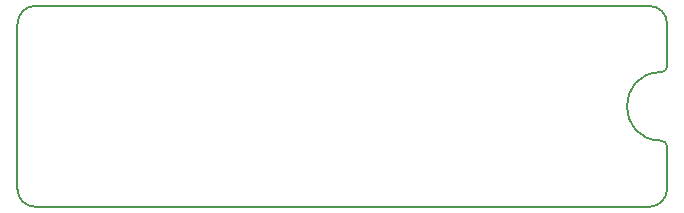
<source format=gm1>
G04 #@! TF.GenerationSoftware,KiCad,Pcbnew,(5.1.2-1)-1*
G04 #@! TF.CreationDate,2019-05-24T13:24:50+02:00*
G04 #@! TF.ProjectId,XoomFloppy,586f6f6d-466c-46f7-9070-792e6b696361,1.1*
G04 #@! TF.SameCoordinates,Original*
G04 #@! TF.FileFunction,Profile,NP*
%FSLAX46Y46*%
G04 Gerber Fmt 4.6, Leading zero omitted, Abs format (unit mm)*
G04 Created by KiCad (PCBNEW (5.1.2-1)-1) date 2019-05-24 13:24:50*
%MOMM*%
%LPD*%
G04 APERTURE LIST*
%ADD10C,0.200000*%
G04 APERTURE END LIST*
D10*
X155500000Y-81400000D02*
X155500000Y-85000000D01*
X155500000Y-71000000D02*
X155500000Y-74600000D01*
X155000000Y-80900000D02*
G75*
G02X155000000Y-75100000I0J2900000D01*
G01*
X155000000Y-80900000D02*
G75*
G02X155500000Y-81400000I0J-500000D01*
G01*
X155500000Y-74600000D02*
G75*
G02X155000000Y-75100000I-500000J0D01*
G01*
X154000000Y-69500000D02*
G75*
G02X155500000Y-71000000I0J-1500000D01*
G01*
X155500000Y-85000000D02*
G75*
G02X154000000Y-86500000I-1500000J0D01*
G01*
X102000000Y-86500000D02*
G75*
G02X100500000Y-85000000I0J1500000D01*
G01*
X100500000Y-71000000D02*
G75*
G02X102000000Y-69500000I1500000J0D01*
G01*
X100500000Y-85000000D02*
X100500000Y-71000000D01*
X154000000Y-86500000D02*
X102000000Y-86500000D01*
X102000000Y-69500000D02*
X154000000Y-69500000D01*
M02*

</source>
